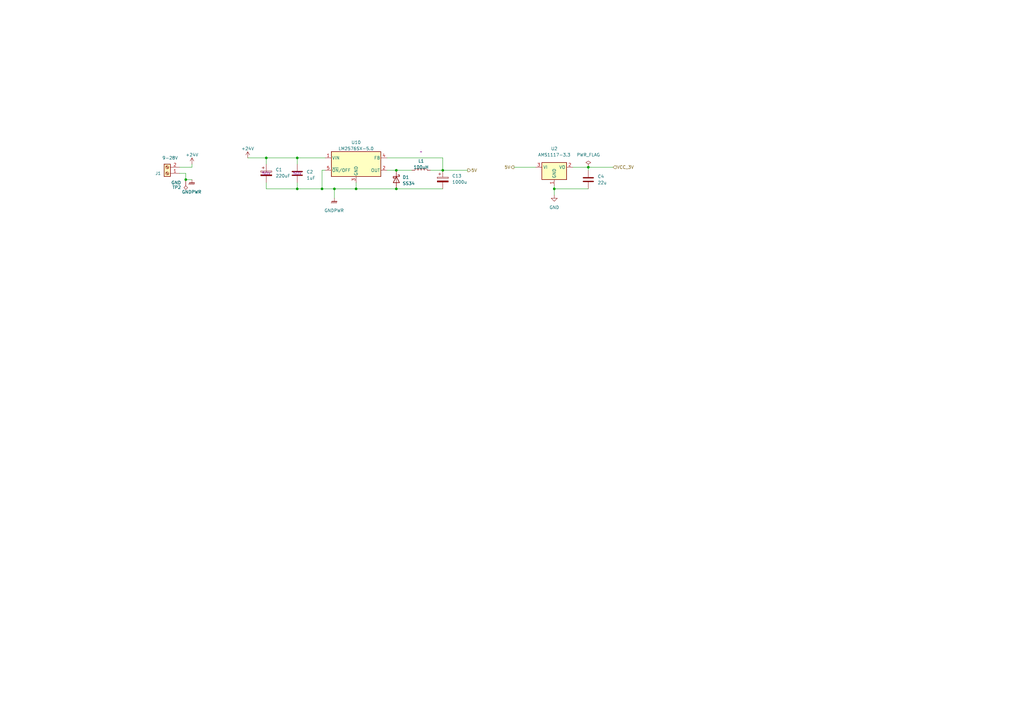
<source format=kicad_sch>
(kicad_sch (version 20231120) (generator "eeschema") (generator_version "8.0")
  (paper "A3")
  (title_block (title "Power Supply") (date "2023-05-20") (rev "v3.0.0b1") (company "Tim Molteno"))
  (lib_symbols
    (symbol "Connector:Screw_Terminal_01x02" (pin_names (offset 1.016) hide)
      (property "Reference" "J" (at 0 2.54 0))
      (property "Value" "Screw_Terminal_01x02" (at 0 -5.08 0))
      (symbol "Screw_Terminal_01x02_1_1"
        (rectangle (start -1.27 1.27) (end 1.27 -3.81) (stroke (width 0.254)) (fill (type background)))
        (circle (center 0 -2.54) (radius 0.635) (stroke (width 0.1524)))
        (polyline (pts (xy -0.5334 -2.2098) (xy 0.3302 -3.048)) (stroke (width 0.1524)))
        (polyline (pts (xy -0.5334 0.3302) (xy 0.3302 -0.508)) (stroke (width 0.1524)))
        (polyline (pts (xy -0.3556 -2.032) (xy 0.508 -2.8702)) (stroke (width 0.1524)))
        (polyline (pts (xy -0.3556 0.508) (xy 0.508 -0.3302)) (stroke (width 0.1524)))
        (circle (center 0 0) (radius 0.635) (stroke (width 0.1524)))
        (pin passive line (at -5.08 0 0) (length 3.81) (name "Pin_1") (number "1"))
        (pin passive line (at -5.08 -2.54 0) (length 3.81) (name "Pin_2") (number "2"))
      )
    )
    (symbol "Connector:TestPoint_Alt" (pin_numbers hide) (pin_names (offset 0.762) hide)
      (property "Reference" "TP" (at 0 6.858 0))
      (property "Value" "TestPoint_Alt" (at 0 5.08 0))
      (symbol "TestPoint_Alt_0_1"
        (polyline (pts (xy 0 2.54) (xy -0.762 3.302) (xy 0 4.064) (xy 0.762 3.302) (xy 0 2.54)))
      )
      (symbol "TestPoint_Alt_1_1"
        (pin passive line (at 0 0 90) (length 2.54) (name "1") (number "1"))
      )
    )
    (symbol "Device:C" (pin_numbers hide) (pin_names (offset 0.254))
      (property "Reference" "C" (at 0.635 2.54 0))
      (property "Value" "C" (at 0.635 -2.54 0))
      (symbol "C_0_1"
        (polyline (pts (xy -2.032 -0.762) (xy 2.032 -0.762)) (stroke (width 0.508)))
        (polyline (pts (xy -2.032 0.762) (xy 2.032 0.762)) (stroke (width 0.508)))
      )
      (symbol "C_1_1"
        (pin passive line (at 0 3.81 270) (length 2.794) (name "~") (number "1"))
        (pin passive line (at 0 -3.81 90) (length 2.794) (name "~") (number "2"))
      )
    )
    (symbol "Device:C_Polarized" (pin_numbers hide) (pin_names (offset 0.254))
      (property "Reference" "C" (at 0.635 2.54 0))
      (property "Value" "C_Polarized" (at 0.635 -2.54 0))
      (symbol "C_Polarized_0_1"
        (rectangle (start -2.286 0.508) (end 2.286 1.016))
        (polyline (pts (xy -1.778 2.286) (xy -0.762 2.286)))
        (polyline (pts (xy -1.27 2.794) (xy -1.27 1.778)))
        (rectangle (start 2.286 -0.508) (end -2.286 -1.016) (fill (type outline)))
      )
      (symbol "C_Polarized_1_1"
        (pin passive line (at 0 3.81 270) (length 2.794) (name "~") (number "1"))
        (pin passive line (at 0 -3.81 90) (length 2.794) (name "~") (number "2"))
      )
    )
    (symbol "Device:D_Schottky" (pin_numbers hide) (pin_names (offset 1.016) hide)
      (property "Reference" "D" (at 0 2.54 0))
      (property "Value" "D_Schottky" (at 0 -2.54 0))
      (symbol "D_Schottky_0_1"
        (polyline (pts (xy 1.27 0) (xy -1.27 0)))
        (polyline (pts (xy 1.27 1.27) (xy 1.27 -1.27) (xy -1.27 0) (xy 1.27 1.27)) (stroke (width 0.254)))
        (polyline (pts (xy -1.905 0.635) (xy -1.905 1.27) (xy -1.27 1.27) (xy -1.27 -1.27) (xy -0.635 -1.27) (xy -0.635 -0.635)) (stroke (width 0.254)))
      )
      (symbol "D_Schottky_1_1"
        (pin passive line (at -3.81 0 0) (length 2.54) (name "K") (number "1"))
        (pin passive line (at 3.81 0 180) (length 2.54) (name "A") (number "2"))
      )
    )
    (symbol "Device:L" (pin_numbers hide) (pin_names (offset 1.016) hide)
      (property "Reference" "L" (at -1.27 0 90))
      (property "Value" "L" (at 1.905 0 90))
      (symbol "L_0_1"
        (arc (start 0 -2.54) (mid 0.6323 -1.905) (end 0 -1.27))
        (arc (start 0 -1.27) (mid 0.6323 -0.635) (end 0 0))
        (arc (start 0 0) (mid 0.6323 0.635) (end 0 1.27))
        (arc (start 0 1.27) (mid 0.6323 1.905) (end 0 2.54))
      )
      (symbol "L_1_1"
        (pin passive line (at 0 3.81 270) (length 1.27) (name "1") (number "1"))
        (pin passive line (at 0 -3.81 90) (length 1.27) (name "2") (number "2"))
      )
    )
    (symbol "Regulator_Linear:AMS1117-3.3"
      (property "Reference" "U" (at -3.81 3.175 0))
      (property "Value" "AMS1117-3.3" (at 0 3.175 0))
      (symbol "AMS1117-3.3_0_1"
        (rectangle (start -5.08 -5.08) (end 5.08 1.905) (stroke (width 0.254)) (fill (type background)))
      )
      (symbol "AMS1117-3.3_1_1"
        (pin power_in line (at 0 -7.62 90) (length 2.54) (name "GND") (number "1"))
        (pin power_out line (at 7.62 0 180) (length 2.54) (name "VO") (number "2"))
        (pin power_in line (at -7.62 0 0) (length 2.54) (name "VI") (number "3"))
      )
    )
    (symbol "Regulator_Switching:LM2576S-5" (pin_names (offset 0.254))
      (property "Reference" "U" (at -10.16 6.35 0))
      (property "Value" "LM2576S-5" (at 0 6.35 0))
      (symbol "LM2576S-5_0_1"
        (rectangle (start -10.16 5.08) (end 10.16 -5.08) (stroke (width 0.254)) (fill (type background)))
      )
      (symbol "LM2576S-5_1_1"
        (pin power_in line (at -12.7 2.54 0) (length 2.54) (name "VIN") (number "1"))
        (pin output line (at 12.7 -2.54 180) (length 2.54) (name "OUT") (number "2"))
        (pin power_in line (at 0 -7.62 90) (length 2.54) (name "GND") (number "3"))
        (pin input line (at 12.7 2.54 180) (length 2.54) (name "FB") (number "4"))
        (pin input line (at -12.7 -2.54 0) (length 2.54) (name "~{ON}/OFF") (number "5"))
      )
    )
    (symbol "power:+24V" (power) (pin_names (offset 0))
      (property "Value" "+24V" (at 0 3.556 0))
      (symbol "+24V_0_1"
        (polyline (pts (xy -0.762 1.27) (xy 0 2.54)))
        (polyline (pts (xy 0 0) (xy 0 2.54)))
        (polyline (pts (xy 0 2.54) (xy 0.762 1.27)))
      )
      (symbol "+24V_1_1"
        (pin power_in line (at 0 0 90) (length 0) hide (name "+24V") (number "1"))
      )
    )
    (symbol "power:GND" (power) (pin_names (offset 0))
      (property "Value" "GND" (at 0 -3.81 0))
      (symbol "GND_0_1"
        (polyline (pts (xy 0 0) (xy 0 -1.27) (xy 1.27 -1.27) (xy 0 -2.54) (xy -1.27 -1.27) (xy 0 -1.27)))
      )
      (symbol "GND_1_1"
        (pin power_in line (at 0 0 270) (length 0) hide (name "GND") (number "1"))
      )
    )
    (symbol "power:GNDPWR" (power) (pin_names (offset 0))
      (property "Value" "GNDPWR" (at 0 -3.302 0))
      (symbol "GNDPWR_0_1"
        (polyline (pts (xy 0 -1.27) (xy 0 0)))
        (polyline (pts (xy -1.016 -1.27) (xy -1.27 -2.032) (xy -1.27 -2.032)) (stroke (width 0.2032)))
        (polyline (pts (xy -0.508 -1.27) (xy -0.762 -2.032) (xy -0.762 -2.032)) (stroke (width 0.2032)))
        (polyline (pts (xy 0 -1.27) (xy -0.254 -2.032) (xy -0.254 -2.032)) (stroke (width 0.2032)))
        (polyline (pts (xy 0.508 -1.27) (xy 0.254 -2.032) (xy 0.254 -2.032)) (stroke (width 0.2032)))
        (polyline (pts (xy 1.016 -1.27) (xy -1.016 -1.27) (xy -1.016 -1.27)) (stroke (width 0.2032)))
        (polyline (pts (xy 1.016 -1.27) (xy 0.762 -2.032) (xy 0.762 -2.032) (xy 0.762 -2.032)) (stroke (width 0.2032)))
      )
      (symbol "GNDPWR_1_1"
        (pin power_in line (at 0 0 270) (length 0) hide (name "GNDPWR") (number "1"))
      )
    )
    (symbol "power:PWR_FLAG" (power) (pin_numbers hide) (pin_names (offset 0) hide)
      (property "Value" "PWR_FLAG" (at 0 3.81 0))
      (symbol "PWR_FLAG_0_0"
        (pin power_out line (at 0 0 90) (length 0) (name "pwr") (number "1"))
      )
      (symbol "PWR_FLAG_0_1"
        (polyline (pts (xy 0 0) (xy 0 1.27) (xy -1.016 1.905) (xy 0 2.54) (xy 1.016 1.905) (xy 0 1.27)))
      )
    )
  )
  (junction (at 227.33 77.47))
  (junction (at 146.05 77.47))
  (junction (at 76.2 73.66))
  (junction (at 121.92 77.47))
  (junction (at 162.56 69.85))
  (junction (at 109.22 64.77))
  (junction (at 162.56 77.47))
  (junction (at 132.08 77.47))
  (junction (at 241.3 68.58))
  (junction (at 121.92 64.77))
  (junction (at 181.61 69.85))
  (junction (at 137.16 77.47))
  (wire (pts (xy 162.56 69.85) (xy 168.91 69.85)))
  (wire (pts (xy 121.92 64.77) (xy 121.92 67.31)))
  (wire (pts (xy 133.35 69.85) (xy 132.08 69.85)))
  (wire (pts (xy 109.22 74.93) (xy 109.22 77.47)))
  (wire (pts (xy 76.2 73.66) (xy 78.74 73.66)))
  (wire (pts (xy 121.92 74.93) (xy 121.92 77.47)))
  (wire (pts (xy 132.08 69.85) (xy 132.08 77.47)))
  (wire (pts (xy 121.92 77.47) (xy 132.08 77.47)))
  (wire (pts (xy 146.05 77.47) (xy 162.56 77.47)))
  (wire (pts (xy 241.3 68.58) (xy 241.3 69.85)))
  (wire (pts (xy 158.75 69.85) (xy 162.56 69.85)))
  (wire (pts (xy 137.16 77.47) (xy 146.05 77.47)))
  (wire (pts (xy 241.3 68.58) (xy 251.46 68.58)))
  (wire (pts (xy 101.6 64.77) (xy 109.22 64.77)))
  (wire (pts (xy 162.56 77.47) (xy 181.61 77.47)))
  (wire (pts (xy 181.61 69.85) (xy 191.77 69.85)))
  (wire (pts (xy 227.33 77.47) (xy 241.3 77.47)))
  (wire (pts (xy 234.95 68.58) (xy 241.3 68.58)))
  (wire (pts (xy 227.33 77.47) (xy 227.33 80.01)))
  (wire (pts (xy 227.33 76.2) (xy 227.33 77.47)))
  (wire (pts (xy 78.74 67.31) (xy 78.74 68.58)))
  (wire (pts (xy 109.22 77.47) (xy 121.92 77.47)))
  (wire (pts (xy 109.22 64.77) (xy 109.22 67.31)))
  (wire (pts (xy 210.82 68.58) (xy 219.71 68.58)))
  (wire (pts (xy 137.16 77.47) (xy 137.16 81.28)))
  (wire (pts (xy 73.66 71.12) (xy 76.2 71.12)))
  (wire (pts (xy 181.61 64.77) (xy 181.61 69.85)))
  (wire (pts (xy 158.75 64.77) (xy 181.61 64.77)))
  (wire (pts (xy 121.92 64.77) (xy 133.35 64.77)))
  (wire (pts (xy 146.05 77.47) (xy 146.05 74.93)))
  (wire (pts (xy 132.08 77.47) (xy 137.16 77.47)))
  (wire (pts (xy 109.22 64.77) (xy 121.92 64.77)))
  (wire (pts (xy 176.53 69.85) (xy 181.61 69.85)))
  (wire (pts (xy 76.2 71.12) (xy 76.2 73.66)))
  (wire (pts (xy 78.74 68.58) (xy 73.66 68.58)))
  (hierarchical_label "VCC_3V" (shape input) (at 251.46 68.58 0))
  (hierarchical_label "5V" (shape output) (at 210.82 68.58 180))
  (hierarchical_label "5V" (shape output) (at 191.77 69.85 0))
  (symbol (lib_id "Regulator_Linear:AMS1117-3.3") (at 227.33 68.58 0) (unit 1)
    (property "Reference" "U2" (at 227.33 60.96 0))
    (property "Value" "AMS1117-3.3" (at 227.33 63.5 0))
    (property "Footprint" "Package_TO_SOT_SMD:SOT-223-3_TabPin2" (effects (hide yes)))
    (property "Datasheet" "http://www.advanced-monolithic.com/pdf/ds1117.pdf" (effects (hide yes)))
    (property "LCSC" "C6186" (effects (hide yes)))
    (instances (project "attorv" (path "" (reference "U2") (unit 1))) (project "batomatic" (path "" (reference "U2") (unit 1))) (project "motherboard_8" (path "" (reference "U4") (unit 1)) (path "" (reference "U5") (unit 1))) (project "baseboard" (path "" (reference "U3") (unit 1))))
  )
  (symbol (lib_id "Device:C") (at 241.3 73.66 0) (unit 1)
    (property "Reference" "C4" (at 245.11 72.3899 0) (effects (justify left)))
    (property "Value" "22u" (at 245.11 74.9299 0) (effects (justify left)))
    (property "Footprint" "Capacitor_SMD:C_0603_1608Metric" (effects (hide yes)))
    (property "LCSC" "C59461" (effects (hide yes)))
    (instances (project "attorv" (path "" (reference "C4") (unit 1))) (project "batomatic" (path "" (reference "C4") (unit 1))) (project "motherboard_8" (path "" (reference "C8") (unit 1)) (path "" (reference "C12") (unit 1))) (project "baseboard" (path "" (reference "C4") (unit 1))))
  )
  (symbol (lib_id "power:PWR_FLAG") (at 241.3 68.58 0) (unit 1)
    (property "Reference" "#FLG02" (effects (hide yes)))
    (property "Value" "PWR_FLAG" (at 241.3 63.5 0))
    (instances (project "attorv" (path "" (reference "#FLG02") (unit 1))) (project "batomatic" (path "" (reference "#FLG03") (unit 1))) (project "motherboard_8" (path "" (reference "#FLG02") (unit 1)) (path "" (reference "#FLG03") (unit 1))) (project "baseboard" (path "" (reference "#FLG02") (unit 1))))
  )
  (symbol (lib_id "power:GNDPWR") (at 137.16 81.28 0) (unit 1)
    (property "Reference" "#PWR079" (effects (hide yes)))
    (property "Value" "GNDPWR" (at 137.033 86.36 0))
  )
  (symbol (lib_id "Connector:Screw_Terminal_01x02") (at 68.58 71.12 180) (unit 1) (exclude_from_sim yes)
    (property "Reference" "J1" (at 66.04 71.1201 0) (effects (justify left)))
    (property "Value" "9-28V" (at 73.025 64.77 0) (effects (justify left)))
    (property "Footprint" "motherboard:DB126V-5.0-2P-GN-P" (effects (hide yes)))
    (property "LCSC" "C3031443" (effects (hide yes)))
    (property "Sim.Device" "SPICE" (effects (hide yes)))
    (property "Sim.Params" "type=\"J\" model=\"ANTENNA\" lib=\"\"" (effects (hide yes)))
    (property "Sim.Pins" "1=1 2=2" (effects (hide yes)))
    (instances (project "tx" (path "" (reference "J1") (unit 1))) (project "motherboard_8" (path "" (reference "J14") (unit 1))))
  )
  (symbol (lib_id "power:+24V") (at 78.74 67.31 0) (unit 1)
    (property "Reference" "#PWR057" (effects (hide yes)))
    (property "Value" "+24V" (at 78.74 63.5 0))
  )
  (symbol (lib_id "Regulator_Switching:LM2576S-5") (at 146.05 67.31 0) (unit 1)
    (property "Reference" "U10" (at 146.05 58.42 0))
    (property "Value" "LM2576SX-5.0" (at 146.05 60.96 0))
    (property "Footprint" "Package_TO_SOT_SMD:TO-263-5_TabPin3" (effects (hide yes)))
    (property "Datasheet" "http://www.ti.com/lit/ds/symlink/lm2576.pdf" (effects (hide yes)))
  )
  (symbol (lib_id "Device:C_Polarized") (at 181.61 73.66 0) (unit 1)
    (property "Reference" "C13" (at 185.42 72.136 0) (effects (justify left)))
    (property "Value" "1000u" (at 185.42 74.676 0) (effects (justify left)))
    (property "Footprint" "Capacitor_SMD:C_Elec_8x10.2" (effects (hide yes)))
    (property "LCSC" "C88674" (effects (hide yes)))
  )
  (symbol (lib_id "Device:D_Schottky") (at 162.56 73.66 270) (unit 1)
    (property "Reference" "D1" (at 165.1 72.7075 90) (effects (justify left)))
    (property "Value" "SS34" (at 165.1 75.2475 90) (effects (justify left)))
    (property "Footprint" "Diode_SMD:D_SMA" (effects (hide yes)))
  )
  (symbol (lib_id "Device:C") (at 121.92 71.12 0) (unit 1)
    (property "Reference" "C2" (at 125.73 70.485 0) (effects (justify left)))
    (property "Value" "1uF" (at 125.73 73.025 0) (effects (justify left)))
    (property "Footprint" "Capacitor_SMD:C_0603_1608Metric" (effects (hide yes)))
    (property "LCSC" "C15849" (effects (hide yes)))
    (property "Voltage" "50V" (at 121.92 71.12 0))
  )
  (symbol (lib_id "power:GNDPWR") (at 78.74 73.66 0) (unit 1)
    (property "Reference" "#PWR060" (effects (hide yes)))
    (property "Value" "GNDPWR" (at 78.613 78.74 0))
  )
  (symbol (lib_id "Connector:TestPoint_Alt") (at 76.2 73.66 180) (unit 1)
    (property "Reference" "TP2" (at 74.295 76.835 0) (effects (justify left)))
    (property "Value" "GND" (at 74.295 74.93 0) (effects (justify left)))
    (property "Footprint" "TestPoint:TestPoint_Keystone_5015_Micro-Minature" (effects (hide yes)))
    (property "LCSC" "C5199798" (effects (hide yes)))
    (instances (project "motherboard_8" (path "" (reference "TP2") (unit 1)) (path "" (reference "TP4") (unit 1))))
  )
  (symbol (lib_id "Device:C_Polarized") (at 109.22 71.12 0) (unit 1)
    (property "Reference" "C1" (at 113.03 69.596 0) (effects (justify left)))
    (property "Value" "220uF" (at 113.03 72.136 0) (effects (justify left)))
    (property "Footprint" "Capacitor_SMD:C_Elec_8x10.2" (effects (hide yes)))
    (property "Voltage" "50V" (at 109.22 71.12 0))
    (property "LCSC" "C278404" (effects (hide yes)))
  )
  (symbol (lib_id "power:GND") (at 227.33 80.01 0) (unit 1)
    (property "Reference" "#PWR013" (effects (hide yes)))
    (property "Value" "GND" (at 227.33 85.09 0))
    (property "JLCPCB" "C2296" (effects (hide yes)))
    (instances (project "attorv" (path "" (reference "#PWR013") (unit 1))) (project "batomatic" (path "" (reference "#PWR016") (unit 1))) (project "motherboard_8" (path "" (reference "#PWR071") (unit 1)) (path "" (reference "#PWR069") (unit 1))) (project "baseboard" (path "" (reference "#PWR020") (unit 1))))
  )
  (symbol (lib_id "Device:L") (at 172.72 69.85 90) (unit 1)
    (property "Reference" "L1" (at 172.72 66.04 90))
    (property "Value" "100uH" (at 172.72 68.58 90))
    (property "Footprint" "Inductor_SMD:L_Chilisin_BMRF00131360" (effects (hide yes)))
    (property "Datasheet" "~" (at 172.72 62.23 90))
    (property "LCSC" "C380149" (effects (hide yes)))
  )
  (symbol (lib_id "power:+24V") (at 101.6 64.77 0) (unit 1)
    (property "Reference" "#PWR078" (effects (hide yes)))
    (property "Value" "+24V" (at 101.6 60.96 0))
  )
)
</source>
